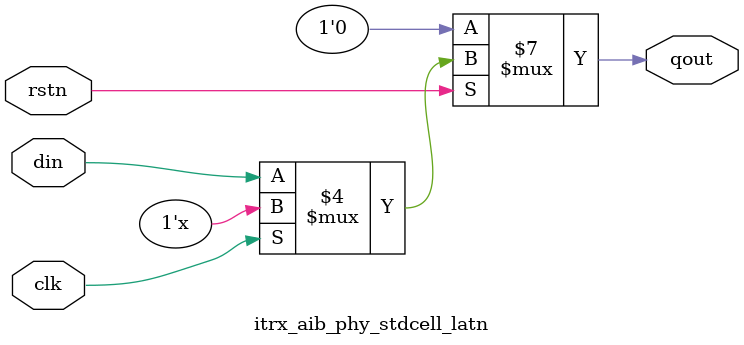
<source format=v>
module itrx_aib_phy_stdcell_latn (/*AUTOARG*/
   // Outputs
   qout,
   // Inputs
   din, clk, rstn
   );

input  din;
input  clk;
input  rstn;

output qout;

`ifdef TECH_IS_TSMC_16FFC

// Allow for different flavors (T0-Tn) as in <>defines.vh
//
`include "itrx_aib_phy_tech_defines.vh"

// Instantiate latch technology cell
//

//lint_checking NOTECH off
`LATN_CELL_T0
//lint_checking NOTECH on

`else // alternate synth model

  reg qout;
  always @ (clk or din or rstn) begin // Latch
    if (!rstn) begin
      qout <= 1'h0;
    end else begin
      if (!clk) begin
//lint_checking LATINF off
        qout <= din;
//lint_checking LATINF on
      end
    end
  end

`endif

endmodule

</source>
